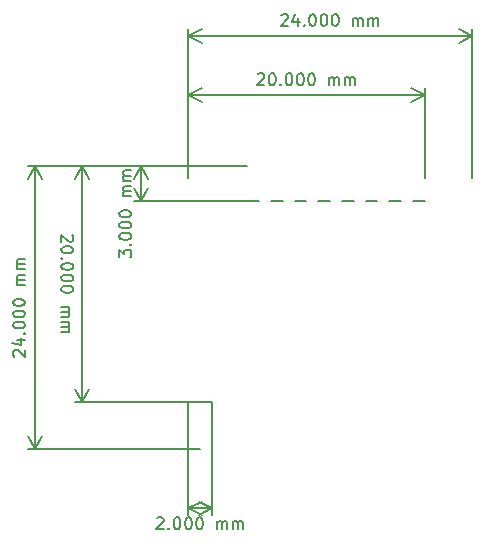
<source format=gbr>
%TF.GenerationSoftware,KiCad,Pcbnew,(5.1.6)-1*%
%TF.CreationDate,2021-08-06T10:58:56-04:00*%
%TF.ProjectId,RemoteTemp - MSP430 - RS422,52656d6f-7465-4546-956d-70202d204d53,rev?*%
%TF.SameCoordinates,Original*%
%TF.FileFunction,OtherDrawing,Comment*%
%FSLAX46Y46*%
G04 Gerber Fmt 4.6, Leading zero omitted, Abs format (unit mm)*
G04 Created by KiCad (PCBNEW (5.1.6)-1) date 2021-08-06 10:58:56*
%MOMM*%
%LPD*%
G01*
G04 APERTURE LIST*
%ADD10C,0.150000*%
G04 APERTURE END LIST*
D10*
X128000000Y-103000000D02*
X134000000Y-103000000D01*
X122152380Y-88857142D02*
X122200000Y-88904761D01*
X122247619Y-89000000D01*
X122247619Y-89238095D01*
X122200000Y-89333333D01*
X122152380Y-89380952D01*
X122057142Y-89428571D01*
X121961904Y-89428571D01*
X121819047Y-89380952D01*
X121247619Y-88809523D01*
X121247619Y-89428571D01*
X122247619Y-90047619D02*
X122247619Y-90142857D01*
X122200000Y-90238095D01*
X122152380Y-90285714D01*
X122057142Y-90333333D01*
X121866666Y-90380952D01*
X121628571Y-90380952D01*
X121438095Y-90333333D01*
X121342857Y-90285714D01*
X121295238Y-90238095D01*
X121247619Y-90142857D01*
X121247619Y-90047619D01*
X121295238Y-89952380D01*
X121342857Y-89904761D01*
X121438095Y-89857142D01*
X121628571Y-89809523D01*
X121866666Y-89809523D01*
X122057142Y-89857142D01*
X122152380Y-89904761D01*
X122200000Y-89952380D01*
X122247619Y-90047619D01*
X121342857Y-90809523D02*
X121295238Y-90857142D01*
X121247619Y-90809523D01*
X121295238Y-90761904D01*
X121342857Y-90809523D01*
X121247619Y-90809523D01*
X122247619Y-91476190D02*
X122247619Y-91571428D01*
X122200000Y-91666666D01*
X122152380Y-91714285D01*
X122057142Y-91761904D01*
X121866666Y-91809523D01*
X121628571Y-91809523D01*
X121438095Y-91761904D01*
X121342857Y-91714285D01*
X121295238Y-91666666D01*
X121247619Y-91571428D01*
X121247619Y-91476190D01*
X121295238Y-91380952D01*
X121342857Y-91333333D01*
X121438095Y-91285714D01*
X121628571Y-91238095D01*
X121866666Y-91238095D01*
X122057142Y-91285714D01*
X122152380Y-91333333D01*
X122200000Y-91380952D01*
X122247619Y-91476190D01*
X122247619Y-92428571D02*
X122247619Y-92523809D01*
X122200000Y-92619047D01*
X122152380Y-92666666D01*
X122057142Y-92714285D01*
X121866666Y-92761904D01*
X121628571Y-92761904D01*
X121438095Y-92714285D01*
X121342857Y-92666666D01*
X121295238Y-92619047D01*
X121247619Y-92523809D01*
X121247619Y-92428571D01*
X121295238Y-92333333D01*
X121342857Y-92285714D01*
X121438095Y-92238095D01*
X121628571Y-92190476D01*
X121866666Y-92190476D01*
X122057142Y-92238095D01*
X122152380Y-92285714D01*
X122200000Y-92333333D01*
X122247619Y-92428571D01*
X122247619Y-93380952D02*
X122247619Y-93476190D01*
X122200000Y-93571428D01*
X122152380Y-93619047D01*
X122057142Y-93666666D01*
X121866666Y-93714285D01*
X121628571Y-93714285D01*
X121438095Y-93666666D01*
X121342857Y-93619047D01*
X121295238Y-93571428D01*
X121247619Y-93476190D01*
X121247619Y-93380952D01*
X121295238Y-93285714D01*
X121342857Y-93238095D01*
X121438095Y-93190476D01*
X121628571Y-93142857D01*
X121866666Y-93142857D01*
X122057142Y-93190476D01*
X122152380Y-93238095D01*
X122200000Y-93285714D01*
X122247619Y-93380952D01*
X121247619Y-94904761D02*
X121914285Y-94904761D01*
X121819047Y-94904761D02*
X121866666Y-94952380D01*
X121914285Y-95047619D01*
X121914285Y-95190476D01*
X121866666Y-95285714D01*
X121771428Y-95333333D01*
X121247619Y-95333333D01*
X121771428Y-95333333D02*
X121866666Y-95380952D01*
X121914285Y-95476190D01*
X121914285Y-95619047D01*
X121866666Y-95714285D01*
X121771428Y-95761904D01*
X121247619Y-95761904D01*
X121247619Y-96238095D02*
X121914285Y-96238095D01*
X121819047Y-96238095D02*
X121866666Y-96285714D01*
X121914285Y-96380952D01*
X121914285Y-96523809D01*
X121866666Y-96619047D01*
X121771428Y-96666666D01*
X121247619Y-96666666D01*
X121771428Y-96666666D02*
X121866666Y-96714285D01*
X121914285Y-96809523D01*
X121914285Y-96952380D01*
X121866666Y-97047619D01*
X121771428Y-97095238D01*
X121247619Y-97095238D01*
X123000000Y-83000000D02*
X123000000Y-103000000D01*
X128000000Y-83000000D02*
X122413579Y-83000000D01*
X128000000Y-103000000D02*
X122413579Y-103000000D01*
X123000000Y-103000000D02*
X122413579Y-101873496D01*
X123000000Y-103000000D02*
X123586421Y-101873496D01*
X123000000Y-83000000D02*
X122413579Y-84126504D01*
X123000000Y-83000000D02*
X123586421Y-84126504D01*
X151000000Y-86000000D02*
X152000000Y-86000000D01*
X149000000Y-86000000D02*
X150000000Y-86000000D01*
X147000000Y-86000000D02*
X148000000Y-86000000D01*
X145000000Y-86000000D02*
X146000000Y-86000000D01*
X143000000Y-86000000D02*
X144000000Y-86000000D01*
X141000000Y-86000000D02*
X142000000Y-86000000D01*
X139000000Y-86000000D02*
X140000000Y-86000000D01*
X137000000Y-86000000D02*
X138000000Y-86000000D01*
X135000000Y-86000000D02*
X136000000Y-86000000D01*
X133000000Y-86000000D02*
X134000000Y-86000000D01*
X126152380Y-90714285D02*
X126152380Y-90095238D01*
X126533333Y-90428571D01*
X126533333Y-90285714D01*
X126580952Y-90190476D01*
X126628571Y-90142857D01*
X126723809Y-90095238D01*
X126961904Y-90095238D01*
X127057142Y-90142857D01*
X127104761Y-90190476D01*
X127152380Y-90285714D01*
X127152380Y-90571428D01*
X127104761Y-90666666D01*
X127057142Y-90714285D01*
X127057142Y-89666666D02*
X127104761Y-89619047D01*
X127152380Y-89666666D01*
X127104761Y-89714285D01*
X127057142Y-89666666D01*
X127152380Y-89666666D01*
X126152380Y-89000000D02*
X126152380Y-88904761D01*
X126200000Y-88809523D01*
X126247619Y-88761904D01*
X126342857Y-88714285D01*
X126533333Y-88666666D01*
X126771428Y-88666666D01*
X126961904Y-88714285D01*
X127057142Y-88761904D01*
X127104761Y-88809523D01*
X127152380Y-88904761D01*
X127152380Y-89000000D01*
X127104761Y-89095238D01*
X127057142Y-89142857D01*
X126961904Y-89190476D01*
X126771428Y-89238095D01*
X126533333Y-89238095D01*
X126342857Y-89190476D01*
X126247619Y-89142857D01*
X126200000Y-89095238D01*
X126152380Y-89000000D01*
X126152380Y-88047619D02*
X126152380Y-87952380D01*
X126200000Y-87857142D01*
X126247619Y-87809523D01*
X126342857Y-87761904D01*
X126533333Y-87714285D01*
X126771428Y-87714285D01*
X126961904Y-87761904D01*
X127057142Y-87809523D01*
X127104761Y-87857142D01*
X127152380Y-87952380D01*
X127152380Y-88047619D01*
X127104761Y-88142857D01*
X127057142Y-88190476D01*
X126961904Y-88238095D01*
X126771428Y-88285714D01*
X126533333Y-88285714D01*
X126342857Y-88238095D01*
X126247619Y-88190476D01*
X126200000Y-88142857D01*
X126152380Y-88047619D01*
X126152380Y-87095238D02*
X126152380Y-87000000D01*
X126200000Y-86904761D01*
X126247619Y-86857142D01*
X126342857Y-86809523D01*
X126533333Y-86761904D01*
X126771428Y-86761904D01*
X126961904Y-86809523D01*
X127057142Y-86857142D01*
X127104761Y-86904761D01*
X127152380Y-87000000D01*
X127152380Y-87095238D01*
X127104761Y-87190476D01*
X127057142Y-87238095D01*
X126961904Y-87285714D01*
X126771428Y-87333333D01*
X126533333Y-87333333D01*
X126342857Y-87285714D01*
X126247619Y-87238095D01*
X126200000Y-87190476D01*
X126152380Y-87095238D01*
X127152380Y-85571428D02*
X126485714Y-85571428D01*
X126580952Y-85571428D02*
X126533333Y-85523809D01*
X126485714Y-85428571D01*
X126485714Y-85285714D01*
X126533333Y-85190476D01*
X126628571Y-85142857D01*
X127152380Y-85142857D01*
X126628571Y-85142857D02*
X126533333Y-85095238D01*
X126485714Y-85000000D01*
X126485714Y-84857142D01*
X126533333Y-84761904D01*
X126628571Y-84714285D01*
X127152380Y-84714285D01*
X127152380Y-84238095D02*
X126485714Y-84238095D01*
X126580952Y-84238095D02*
X126533333Y-84190476D01*
X126485714Y-84095238D01*
X126485714Y-83952380D01*
X126533333Y-83857142D01*
X126628571Y-83809523D01*
X127152380Y-83809523D01*
X126628571Y-83809523D02*
X126533333Y-83761904D01*
X126485714Y-83666666D01*
X126485714Y-83523809D01*
X126533333Y-83428571D01*
X126628571Y-83380952D01*
X127152380Y-83380952D01*
X128000000Y-86000000D02*
X128000000Y-83000000D01*
X137000000Y-86000000D02*
X127413579Y-86000000D01*
X137000000Y-83000000D02*
X127413579Y-83000000D01*
X128000000Y-83000000D02*
X128586421Y-84126504D01*
X128000000Y-83000000D02*
X127413579Y-84126504D01*
X128000000Y-86000000D02*
X128586421Y-84873496D01*
X128000000Y-86000000D02*
X127413579Y-84873496D01*
X137857142Y-75247619D02*
X137904761Y-75200000D01*
X138000000Y-75152380D01*
X138238095Y-75152380D01*
X138333333Y-75200000D01*
X138380952Y-75247619D01*
X138428571Y-75342857D01*
X138428571Y-75438095D01*
X138380952Y-75580952D01*
X137809523Y-76152380D01*
X138428571Y-76152380D01*
X139047619Y-75152380D02*
X139142857Y-75152380D01*
X139238095Y-75200000D01*
X139285714Y-75247619D01*
X139333333Y-75342857D01*
X139380952Y-75533333D01*
X139380952Y-75771428D01*
X139333333Y-75961904D01*
X139285714Y-76057142D01*
X139238095Y-76104761D01*
X139142857Y-76152380D01*
X139047619Y-76152380D01*
X138952380Y-76104761D01*
X138904761Y-76057142D01*
X138857142Y-75961904D01*
X138809523Y-75771428D01*
X138809523Y-75533333D01*
X138857142Y-75342857D01*
X138904761Y-75247619D01*
X138952380Y-75200000D01*
X139047619Y-75152380D01*
X139809523Y-76057142D02*
X139857142Y-76104761D01*
X139809523Y-76152380D01*
X139761904Y-76104761D01*
X139809523Y-76057142D01*
X139809523Y-76152380D01*
X140476190Y-75152380D02*
X140571428Y-75152380D01*
X140666666Y-75200000D01*
X140714285Y-75247619D01*
X140761904Y-75342857D01*
X140809523Y-75533333D01*
X140809523Y-75771428D01*
X140761904Y-75961904D01*
X140714285Y-76057142D01*
X140666666Y-76104761D01*
X140571428Y-76152380D01*
X140476190Y-76152380D01*
X140380952Y-76104761D01*
X140333333Y-76057142D01*
X140285714Y-75961904D01*
X140238095Y-75771428D01*
X140238095Y-75533333D01*
X140285714Y-75342857D01*
X140333333Y-75247619D01*
X140380952Y-75200000D01*
X140476190Y-75152380D01*
X141428571Y-75152380D02*
X141523809Y-75152380D01*
X141619047Y-75200000D01*
X141666666Y-75247619D01*
X141714285Y-75342857D01*
X141761904Y-75533333D01*
X141761904Y-75771428D01*
X141714285Y-75961904D01*
X141666666Y-76057142D01*
X141619047Y-76104761D01*
X141523809Y-76152380D01*
X141428571Y-76152380D01*
X141333333Y-76104761D01*
X141285714Y-76057142D01*
X141238095Y-75961904D01*
X141190476Y-75771428D01*
X141190476Y-75533333D01*
X141238095Y-75342857D01*
X141285714Y-75247619D01*
X141333333Y-75200000D01*
X141428571Y-75152380D01*
X142380952Y-75152380D02*
X142476190Y-75152380D01*
X142571428Y-75200000D01*
X142619047Y-75247619D01*
X142666666Y-75342857D01*
X142714285Y-75533333D01*
X142714285Y-75771428D01*
X142666666Y-75961904D01*
X142619047Y-76057142D01*
X142571428Y-76104761D01*
X142476190Y-76152380D01*
X142380952Y-76152380D01*
X142285714Y-76104761D01*
X142238095Y-76057142D01*
X142190476Y-75961904D01*
X142142857Y-75771428D01*
X142142857Y-75533333D01*
X142190476Y-75342857D01*
X142238095Y-75247619D01*
X142285714Y-75200000D01*
X142380952Y-75152380D01*
X143904761Y-76152380D02*
X143904761Y-75485714D01*
X143904761Y-75580952D02*
X143952380Y-75533333D01*
X144047619Y-75485714D01*
X144190476Y-75485714D01*
X144285714Y-75533333D01*
X144333333Y-75628571D01*
X144333333Y-76152380D01*
X144333333Y-75628571D02*
X144380952Y-75533333D01*
X144476190Y-75485714D01*
X144619047Y-75485714D01*
X144714285Y-75533333D01*
X144761904Y-75628571D01*
X144761904Y-76152380D01*
X145238095Y-76152380D02*
X145238095Y-75485714D01*
X145238095Y-75580952D02*
X145285714Y-75533333D01*
X145380952Y-75485714D01*
X145523809Y-75485714D01*
X145619047Y-75533333D01*
X145666666Y-75628571D01*
X145666666Y-76152380D01*
X145666666Y-75628571D02*
X145714285Y-75533333D01*
X145809523Y-75485714D01*
X145952380Y-75485714D01*
X146047619Y-75533333D01*
X146095238Y-75628571D01*
X146095238Y-76152380D01*
X132000000Y-77000000D02*
X152000000Y-77000000D01*
X132000000Y-84000000D02*
X132000000Y-76413579D01*
X152000000Y-84000000D02*
X152000000Y-76413579D01*
X152000000Y-77000000D02*
X150873496Y-77586421D01*
X152000000Y-77000000D02*
X150873496Y-76413579D01*
X132000000Y-77000000D02*
X133126504Y-77586421D01*
X132000000Y-77000000D02*
X133126504Y-76413579D01*
X129333333Y-112847619D02*
X129380952Y-112800000D01*
X129476190Y-112752380D01*
X129714285Y-112752380D01*
X129809523Y-112800000D01*
X129857142Y-112847619D01*
X129904761Y-112942857D01*
X129904761Y-113038095D01*
X129857142Y-113180952D01*
X129285714Y-113752380D01*
X129904761Y-113752380D01*
X130333333Y-113657142D02*
X130380952Y-113704761D01*
X130333333Y-113752380D01*
X130285714Y-113704761D01*
X130333333Y-113657142D01*
X130333333Y-113752380D01*
X131000000Y-112752380D02*
X131095238Y-112752380D01*
X131190476Y-112800000D01*
X131238095Y-112847619D01*
X131285714Y-112942857D01*
X131333333Y-113133333D01*
X131333333Y-113371428D01*
X131285714Y-113561904D01*
X131238095Y-113657142D01*
X131190476Y-113704761D01*
X131095238Y-113752380D01*
X131000000Y-113752380D01*
X130904761Y-113704761D01*
X130857142Y-113657142D01*
X130809523Y-113561904D01*
X130761904Y-113371428D01*
X130761904Y-113133333D01*
X130809523Y-112942857D01*
X130857142Y-112847619D01*
X130904761Y-112800000D01*
X131000000Y-112752380D01*
X131952380Y-112752380D02*
X132047619Y-112752380D01*
X132142857Y-112800000D01*
X132190476Y-112847619D01*
X132238095Y-112942857D01*
X132285714Y-113133333D01*
X132285714Y-113371428D01*
X132238095Y-113561904D01*
X132190476Y-113657142D01*
X132142857Y-113704761D01*
X132047619Y-113752380D01*
X131952380Y-113752380D01*
X131857142Y-113704761D01*
X131809523Y-113657142D01*
X131761904Y-113561904D01*
X131714285Y-113371428D01*
X131714285Y-113133333D01*
X131761904Y-112942857D01*
X131809523Y-112847619D01*
X131857142Y-112800000D01*
X131952380Y-112752380D01*
X132904761Y-112752380D02*
X133000000Y-112752380D01*
X133095238Y-112800000D01*
X133142857Y-112847619D01*
X133190476Y-112942857D01*
X133238095Y-113133333D01*
X133238095Y-113371428D01*
X133190476Y-113561904D01*
X133142857Y-113657142D01*
X133095238Y-113704761D01*
X133000000Y-113752380D01*
X132904761Y-113752380D01*
X132809523Y-113704761D01*
X132761904Y-113657142D01*
X132714285Y-113561904D01*
X132666666Y-113371428D01*
X132666666Y-113133333D01*
X132714285Y-112942857D01*
X132761904Y-112847619D01*
X132809523Y-112800000D01*
X132904761Y-112752380D01*
X134428571Y-113752380D02*
X134428571Y-113085714D01*
X134428571Y-113180952D02*
X134476190Y-113133333D01*
X134571428Y-113085714D01*
X134714285Y-113085714D01*
X134809523Y-113133333D01*
X134857142Y-113228571D01*
X134857142Y-113752380D01*
X134857142Y-113228571D02*
X134904761Y-113133333D01*
X135000000Y-113085714D01*
X135142857Y-113085714D01*
X135238095Y-113133333D01*
X135285714Y-113228571D01*
X135285714Y-113752380D01*
X135761904Y-113752380D02*
X135761904Y-113085714D01*
X135761904Y-113180952D02*
X135809523Y-113133333D01*
X135904761Y-113085714D01*
X136047619Y-113085714D01*
X136142857Y-113133333D01*
X136190476Y-113228571D01*
X136190476Y-113752380D01*
X136190476Y-113228571D02*
X136238095Y-113133333D01*
X136333333Y-113085714D01*
X136476190Y-113085714D01*
X136571428Y-113133333D01*
X136619047Y-113228571D01*
X136619047Y-113752380D01*
X134000000Y-112000000D02*
X132000000Y-112000000D01*
X134000000Y-103000000D02*
X134000000Y-112586421D01*
X132000000Y-103000000D02*
X132000000Y-112586421D01*
X132000000Y-112000000D02*
X133126504Y-111413579D01*
X132000000Y-112000000D02*
X133126504Y-112586421D01*
X134000000Y-112000000D02*
X132873496Y-111413579D01*
X134000000Y-112000000D02*
X132873496Y-112586421D01*
X139857142Y-70247619D02*
X139904761Y-70200000D01*
X140000000Y-70152380D01*
X140238095Y-70152380D01*
X140333333Y-70200000D01*
X140380952Y-70247619D01*
X140428571Y-70342857D01*
X140428571Y-70438095D01*
X140380952Y-70580952D01*
X139809523Y-71152380D01*
X140428571Y-71152380D01*
X141285714Y-70485714D02*
X141285714Y-71152380D01*
X141047619Y-70104761D02*
X140809523Y-70819047D01*
X141428571Y-70819047D01*
X141809523Y-71057142D02*
X141857142Y-71104761D01*
X141809523Y-71152380D01*
X141761904Y-71104761D01*
X141809523Y-71057142D01*
X141809523Y-71152380D01*
X142476190Y-70152380D02*
X142571428Y-70152380D01*
X142666666Y-70200000D01*
X142714285Y-70247619D01*
X142761904Y-70342857D01*
X142809523Y-70533333D01*
X142809523Y-70771428D01*
X142761904Y-70961904D01*
X142714285Y-71057142D01*
X142666666Y-71104761D01*
X142571428Y-71152380D01*
X142476190Y-71152380D01*
X142380952Y-71104761D01*
X142333333Y-71057142D01*
X142285714Y-70961904D01*
X142238095Y-70771428D01*
X142238095Y-70533333D01*
X142285714Y-70342857D01*
X142333333Y-70247619D01*
X142380952Y-70200000D01*
X142476190Y-70152380D01*
X143428571Y-70152380D02*
X143523809Y-70152380D01*
X143619047Y-70200000D01*
X143666666Y-70247619D01*
X143714285Y-70342857D01*
X143761904Y-70533333D01*
X143761904Y-70771428D01*
X143714285Y-70961904D01*
X143666666Y-71057142D01*
X143619047Y-71104761D01*
X143523809Y-71152380D01*
X143428571Y-71152380D01*
X143333333Y-71104761D01*
X143285714Y-71057142D01*
X143238095Y-70961904D01*
X143190476Y-70771428D01*
X143190476Y-70533333D01*
X143238095Y-70342857D01*
X143285714Y-70247619D01*
X143333333Y-70200000D01*
X143428571Y-70152380D01*
X144380952Y-70152380D02*
X144476190Y-70152380D01*
X144571428Y-70200000D01*
X144619047Y-70247619D01*
X144666666Y-70342857D01*
X144714285Y-70533333D01*
X144714285Y-70771428D01*
X144666666Y-70961904D01*
X144619047Y-71057142D01*
X144571428Y-71104761D01*
X144476190Y-71152380D01*
X144380952Y-71152380D01*
X144285714Y-71104761D01*
X144238095Y-71057142D01*
X144190476Y-70961904D01*
X144142857Y-70771428D01*
X144142857Y-70533333D01*
X144190476Y-70342857D01*
X144238095Y-70247619D01*
X144285714Y-70200000D01*
X144380952Y-70152380D01*
X145904761Y-71152380D02*
X145904761Y-70485714D01*
X145904761Y-70580952D02*
X145952380Y-70533333D01*
X146047619Y-70485714D01*
X146190476Y-70485714D01*
X146285714Y-70533333D01*
X146333333Y-70628571D01*
X146333333Y-71152380D01*
X146333333Y-70628571D02*
X146380952Y-70533333D01*
X146476190Y-70485714D01*
X146619047Y-70485714D01*
X146714285Y-70533333D01*
X146761904Y-70628571D01*
X146761904Y-71152380D01*
X147238095Y-71152380D02*
X147238095Y-70485714D01*
X147238095Y-70580952D02*
X147285714Y-70533333D01*
X147380952Y-70485714D01*
X147523809Y-70485714D01*
X147619047Y-70533333D01*
X147666666Y-70628571D01*
X147666666Y-71152380D01*
X147666666Y-70628571D02*
X147714285Y-70533333D01*
X147809523Y-70485714D01*
X147952380Y-70485714D01*
X148047619Y-70533333D01*
X148095238Y-70628571D01*
X148095238Y-71152380D01*
X132000000Y-72000000D02*
X156000000Y-72000000D01*
X132000000Y-84000000D02*
X132000000Y-71413579D01*
X156000000Y-84000000D02*
X156000000Y-71413579D01*
X156000000Y-72000000D02*
X154873496Y-72586421D01*
X156000000Y-72000000D02*
X154873496Y-71413579D01*
X132000000Y-72000000D02*
X133126504Y-72586421D01*
X132000000Y-72000000D02*
X133126504Y-71413579D01*
X117247619Y-99142857D02*
X117200000Y-99095238D01*
X117152380Y-99000000D01*
X117152380Y-98761904D01*
X117200000Y-98666666D01*
X117247619Y-98619047D01*
X117342857Y-98571428D01*
X117438095Y-98571428D01*
X117580952Y-98619047D01*
X118152380Y-99190476D01*
X118152380Y-98571428D01*
X117485714Y-97714285D02*
X118152380Y-97714285D01*
X117104761Y-97952380D02*
X117819047Y-98190476D01*
X117819047Y-97571428D01*
X118057142Y-97190476D02*
X118104761Y-97142857D01*
X118152380Y-97190476D01*
X118104761Y-97238095D01*
X118057142Y-97190476D01*
X118152380Y-97190476D01*
X117152380Y-96523809D02*
X117152380Y-96428571D01*
X117200000Y-96333333D01*
X117247619Y-96285714D01*
X117342857Y-96238095D01*
X117533333Y-96190476D01*
X117771428Y-96190476D01*
X117961904Y-96238095D01*
X118057142Y-96285714D01*
X118104761Y-96333333D01*
X118152380Y-96428571D01*
X118152380Y-96523809D01*
X118104761Y-96619047D01*
X118057142Y-96666666D01*
X117961904Y-96714285D01*
X117771428Y-96761904D01*
X117533333Y-96761904D01*
X117342857Y-96714285D01*
X117247619Y-96666666D01*
X117200000Y-96619047D01*
X117152380Y-96523809D01*
X117152380Y-95571428D02*
X117152380Y-95476190D01*
X117200000Y-95380952D01*
X117247619Y-95333333D01*
X117342857Y-95285714D01*
X117533333Y-95238095D01*
X117771428Y-95238095D01*
X117961904Y-95285714D01*
X118057142Y-95333333D01*
X118104761Y-95380952D01*
X118152380Y-95476190D01*
X118152380Y-95571428D01*
X118104761Y-95666666D01*
X118057142Y-95714285D01*
X117961904Y-95761904D01*
X117771428Y-95809523D01*
X117533333Y-95809523D01*
X117342857Y-95761904D01*
X117247619Y-95714285D01*
X117200000Y-95666666D01*
X117152380Y-95571428D01*
X117152380Y-94619047D02*
X117152380Y-94523809D01*
X117200000Y-94428571D01*
X117247619Y-94380952D01*
X117342857Y-94333333D01*
X117533333Y-94285714D01*
X117771428Y-94285714D01*
X117961904Y-94333333D01*
X118057142Y-94380952D01*
X118104761Y-94428571D01*
X118152380Y-94523809D01*
X118152380Y-94619047D01*
X118104761Y-94714285D01*
X118057142Y-94761904D01*
X117961904Y-94809523D01*
X117771428Y-94857142D01*
X117533333Y-94857142D01*
X117342857Y-94809523D01*
X117247619Y-94761904D01*
X117200000Y-94714285D01*
X117152380Y-94619047D01*
X118152380Y-93095238D02*
X117485714Y-93095238D01*
X117580952Y-93095238D02*
X117533333Y-93047619D01*
X117485714Y-92952380D01*
X117485714Y-92809523D01*
X117533333Y-92714285D01*
X117628571Y-92666666D01*
X118152380Y-92666666D01*
X117628571Y-92666666D02*
X117533333Y-92619047D01*
X117485714Y-92523809D01*
X117485714Y-92380952D01*
X117533333Y-92285714D01*
X117628571Y-92238095D01*
X118152380Y-92238095D01*
X118152380Y-91761904D02*
X117485714Y-91761904D01*
X117580952Y-91761904D02*
X117533333Y-91714285D01*
X117485714Y-91619047D01*
X117485714Y-91476190D01*
X117533333Y-91380952D01*
X117628571Y-91333333D01*
X118152380Y-91333333D01*
X117628571Y-91333333D02*
X117533333Y-91285714D01*
X117485714Y-91190476D01*
X117485714Y-91047619D01*
X117533333Y-90952380D01*
X117628571Y-90904761D01*
X118152380Y-90904761D01*
X119000000Y-107000000D02*
X119000000Y-83000000D01*
X133000000Y-107000000D02*
X118413579Y-107000000D01*
X133000000Y-83000000D02*
X118413579Y-83000000D01*
X119000000Y-83000000D02*
X119586421Y-84126504D01*
X119000000Y-83000000D02*
X118413579Y-84126504D01*
X119000000Y-107000000D02*
X119586421Y-105873496D01*
X119000000Y-107000000D02*
X118413579Y-105873496D01*
M02*

</source>
